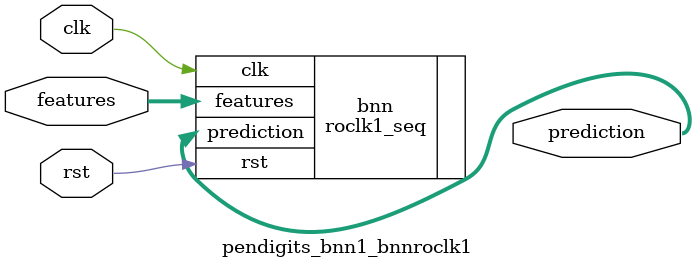
<source format=v>













module pendigits_bnn1_bnnroclk1 #(

parameter FEAT_CNT = 16,
parameter HIDDEN_CNT = 40,
parameter FEAT_BITS = 4,
parameter CLASS_CNT = 10,
parameter TEST_CNT = 1000


  ) (
  input clk,
  input rst,
  input [FEAT_CNT*FEAT_BITS-1:0] features,
  output [$clog2(CLASS_CNT)-1:0] prediction
  );

  localparam Weights0 = 640'b0101101001100011101101101101100110110001000001111010010111001000110110101111010101010001111100000110101111111000111000001101101000000011010100101110100101011010010010111010010010010101010110001011110100100011010011100001101100010110101111011010111110110001101100101111010110110101000010011110111110000101010111111100000110010010001111011111101111010000010100000101100101001010000110110100001111101100101100000010101110100100001101111011101011100101011010100101001111001010000111010000011100001011000000000010111100000101001110001010010100011110010010100110001001001011111110000001011011101101010100011111000001001101000110100010101101000010 ;
  localparam Weights1 = 400'b0000100000101111101101100001011000110000011110110111101011101100111100000000000001011101010001011000011110000100011101100111000000001111010000000110111100001000010010110010110110100000011111111101000010001000011011000111010110000010000010110101011011010111100111100010101011111110110001011100011000001010100011000011111010001111111000101011111010000101001111000111000011011001011111000001101001000001 ;

  roclk1_seq #(.FEAT_CNT(FEAT_CNT),.FEAT_BITS(FEAT_BITS),.HIDDEN_CNT(HIDDEN_CNT),.CLASS_CNT(CLASS_CNT),.Weights0(Weights0),.Weights1(Weights1)) bnn (
    .clk(clk),
    .rst(rst),
    .features(features),
    .prediction(prediction)
  );

endmodule

</source>
